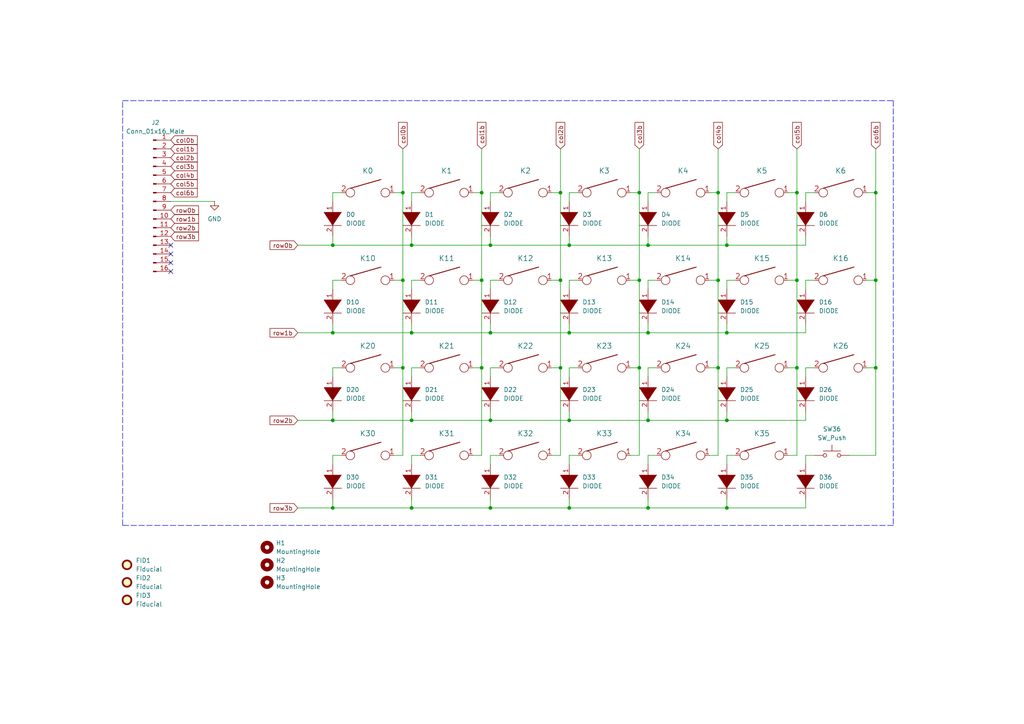
<source format=kicad_sch>
(kicad_sch (version 20211123) (generator eeschema)
  (paper "A4")
  (title_block (title "mykeeb") (rev "see git ;)"))
  (lib_symbols
    (symbol "Connector:Conn_01x16_Male" (pin_names (offset 1.016) hide)
      (property "Reference" "J" (at 0 20.32 0))
      (property "Value" "Conn_01x16_Male" (at 0 -22.86 0))
      (symbol "Conn_01x16_Male_1_1"
        (polyline (pts (xy 1.27 -20.32) (xy 0.8636 -20.32)) (stroke (width 0.1524)))
        (polyline (pts (xy 1.27 -17.78) (xy 0.8636 -17.78)) (stroke (width 0.1524)))
        (polyline (pts (xy 1.27 -15.24) (xy 0.8636 -15.24)) (stroke (width 0.1524)))
        (polyline (pts (xy 1.27 -12.7) (xy 0.8636 -12.7)) (stroke (width 0.1524)))
        (polyline (pts (xy 1.27 -10.16) (xy 0.8636 -10.16)) (stroke (width 0.1524)))
        (polyline (pts (xy 1.27 -7.62) (xy 0.8636 -7.62)) (stroke (width 0.1524)))
        (polyline (pts (xy 1.27 -5.08) (xy 0.8636 -5.08)) (stroke (width 0.1524)))
        (polyline (pts (xy 1.27 -2.54) (xy 0.8636 -2.54)) (stroke (width 0.1524)))
        (polyline (pts (xy 1.27 0) (xy 0.8636 0)) (stroke (width 0.1524)))
        (polyline (pts (xy 1.27 2.54) (xy 0.8636 2.54)) (stroke (width 0.1524)))
        (polyline (pts (xy 1.27 5.08) (xy 0.8636 5.08)) (stroke (width 0.1524)))
        (polyline (pts (xy 1.27 7.62) (xy 0.8636 7.62)) (stroke (width 0.1524)))
        (polyline (pts (xy 1.27 10.16) (xy 0.8636 10.16)) (stroke (width 0.1524)))
        (polyline (pts (xy 1.27 12.7) (xy 0.8636 12.7)) (stroke (width 0.1524)))
        (polyline (pts (xy 1.27 15.24) (xy 0.8636 15.24)) (stroke (width 0.1524)))
        (polyline (pts (xy 1.27 17.78) (xy 0.8636 17.78)) (stroke (width 0.1524)))
        (rectangle (start 0.8636 -20.193) (end 0 -20.447) (stroke (width 0.1524)) (fill (type outline)))
        (rectangle (start 0.8636 -17.653) (end 0 -17.907) (stroke (width 0.1524)) (fill (type outline)))
        (rectangle (start 0.8636 -15.113) (end 0 -15.367) (stroke (width 0.1524)) (fill (type outline)))
        (rectangle (start 0.8636 -12.573) (end 0 -12.827) (stroke (width 0.1524)) (fill (type outline)))
        (rectangle (start 0.8636 -10.033) (end 0 -10.287) (stroke (width 0.1524)) (fill (type outline)))
        (rectangle (start 0.8636 -7.493) (end 0 -7.747) (stroke (width 0.1524)) (fill (type outline)))
        (rectangle (start 0.8636 -4.953) (end 0 -5.207) (stroke (width 0.1524)) (fill (type outline)))
        (rectangle (start 0.8636 -2.413) (end 0 -2.667) (stroke (width 0.1524)) (fill (type outline)))
        (rectangle (start 0.8636 0.127) (end 0 -0.127) (stroke (width 0.1524)) (fill (type outline)))
        (rectangle (start 0.8636 2.667) (end 0 2.413) (stroke (width 0.1524)) (fill (type outline)))
        (rectangle (start 0.8636 5.207) (end 0 4.953) (stroke (width 0.1524)) (fill (type outline)))
        (rectangle (start 0.8636 7.747) (end 0 7.493) (stroke (width 0.1524)) (fill (type outline)))
        (rectangle (start 0.8636 10.287) (end 0 10.033) (stroke (width 0.1524)) (fill (type outline)))
        (rectangle (start 0.8636 12.827) (end 0 12.573) (stroke (width 0.1524)) (fill (type outline)))
        (rectangle (start 0.8636 15.367) (end 0 15.113) (stroke (width 0.1524)) (fill (type outline)))
        (rectangle (start 0.8636 17.907) (end 0 17.653) (stroke (width 0.1524)) (fill (type outline)))
        (pin passive line (at 5.08 17.78 180) (length 3.81) (name "Pin_1") (number "1"))
        (pin passive line (at 5.08 -5.08 180) (length 3.81) (name "Pin_10") (number "10"))
        (pin passive line (at 5.08 -7.62 180) (length 3.81) (name "Pin_11") (number "11"))
        (pin passive line (at 5.08 -10.16 180) (length 3.81) (name "Pin_12") (number "12"))
        (pin passive line (at 5.08 -12.7 180) (length 3.81) (name "Pin_13") (number "13"))
        (pin passive line (at 5.08 -15.24 180) (length 3.81) (name "Pin_14") (number "14"))
        (pin passive line (at 5.08 -17.78 180) (length 3.81) (name "Pin_15") (number "15"))
        (pin passive line (at 5.08 -20.32 180) (length 3.81) (name "Pin_16") (number "16"))
        (pin passive line (at 5.08 15.24 180) (length 3.81) (name "Pin_2") (number "2"))
        (pin passive line (at 5.08 12.7 180) (length 3.81) (name "Pin_3") (number "3"))
        (pin passive line (at 5.08 10.16 180) (length 3.81) (name "Pin_4") (number "4"))
        (pin passive line (at 5.08 7.62 180) (length 3.81) (name "Pin_5") (number "5"))
        (pin passive line (at 5.08 5.08 180) (length 3.81) (name "Pin_6") (number "6"))
        (pin passive line (at 5.08 2.54 180) (length 3.81) (name "Pin_7") (number "7"))
        (pin passive line (at 5.08 0 180) (length 3.81) (name "Pin_8") (number "8"))
        (pin passive line (at 5.08 -2.54 180) (length 3.81) (name "Pin_9") (number "9"))
      )
    )
    (symbol "Mechanical:Fiducial"
      (property "Reference" "FID" (at 0 5.08 0))
      (property "Value" "Fiducial" (at 0 3.175 0))
      (symbol "Fiducial_0_1"
        (circle (center 0 0) (radius 1.27) (stroke (width 0.508)) (fill (type background)))
      )
    )
    (symbol "Mechanical:MountingHole" (pin_names (offset 1.016))
      (property "Reference" "H" (at 0 5.08 0))
      (property "Value" "MountingHole" (at 0 3.175 0))
      (symbol "MountingHole_0_1"
        (circle (center 0 0) (radius 1.27) (stroke (width 1.27)))
      )
    )
    (symbol "Switch:SW_Push" (pin_numbers hide) (pin_names (offset 1.016) hide)
      (property "Reference" "SW" (at 1.27 2.54 0))
      (property "Value" "SW_Push" (at 0 -1.524 0))
      (symbol "SW_Push_0_1"
        (circle (center -2.032 0) (radius 0.508))
        (polyline (pts (xy 0 1.27) (xy 0 3.048)))
        (polyline (pts (xy 2.54 1.27) (xy -2.54 1.27)))
        (circle (center 2.032 0) (radius 0.508))
        (pin passive line (at -5.08 0 0) (length 2.54) (name "1") (number "1"))
        (pin passive line (at 5.08 0 180) (length 2.54) (name "2") (number "2"))
      )
    )
    (symbol "keyboard_parts:KEYSW" (pin_names (offset 1.016))
      (property "Reference" "K?" (at -1.27 0 0))
      (symbol "KEYSW_0_1"
        (circle (center -5.08 0) (radius 1.27))
        (polyline (pts (xy -5.08 1.27) (xy 3.81 3.81)) (stroke (width 0.254)))
        (circle (center 5.08 0) (radius 1.27))
      )
      (symbol "KEYSW_1_1"
        (pin passive line (at 7.62 0 180) (length 1.27) (name "~") (number "1"))
        (pin passive line (at -7.62 0 0) (length 1.27) (name "~") (number "2"))
      )
    )
    (symbol "power:GND" (power) (pin_names (offset 0))
      (property "Value" "GND" (at 0 -3.81 0))
      (symbol "GND_0_1"
        (polyline (pts (xy 0 0) (xy 0 -1.27) (xy 1.27 -1.27) (xy 0 -2.54) (xy -1.27 -1.27) (xy 0 -1.27)))
      )
      (symbol "GND_1_1"
        (pin power_in line (at 0 0 270) (length 0) hide (name "GND") (number "1"))
      )
    )
    (symbol "pspice:DIODE" (pin_names (offset 1.016) hide)
      (property "Reference" "D" (at 0 3.81 0))
      (property "Value" "DIODE" (at 0 -4.445 0))
      (symbol "DIODE_0_1"
        (polyline (pts (xy 1.905 2.54) (xy 1.905 -2.54)))
        (polyline (pts (xy -1.905 2.54) (xy -1.905 -2.54) (xy 1.905 0)) (fill (type outline)))
      )
      (symbol "DIODE_1_1"
        (pin input line (at -5.08 0 0) (length 3.81) (name "K") (number "1"))
        (pin input line (at 5.08 0 180) (length 3.81) (name "A") (number "2"))
      )
    )
  )
  (junction (at 162.56 55.88))
  (junction (at 119.38 96.52))
  (junction (at 185.42 106.68))
  (junction (at 116.84 106.68))
  (junction (at 210.82 147.32))
  (junction (at 187.96 147.32))
  (junction (at 142.24 147.32))
  (junction (at 96.52 121.92))
  (junction (at 139.7 106.68))
  (junction (at 162.56 81.28))
  (junction (at 187.96 71.12))
  (junction (at 210.82 71.12))
  (junction (at 185.42 55.88))
  (junction (at 231.14 55.88))
  (junction (at 139.7 81.28))
  (junction (at 116.84 55.88))
  (junction (at 208.28 55.88))
  (junction (at 165.1 147.32))
  (junction (at 142.24 96.52))
  (junction (at 185.42 81.28))
  (junction (at 254 106.68))
  (junction (at 96.52 147.32))
  (junction (at 142.24 121.92))
  (junction (at 165.1 71.12))
  (junction (at 208.28 81.28))
  (junction (at 254 55.88))
  (junction (at 165.1 96.52))
  (junction (at 119.38 121.92))
  (junction (at 119.38 147.32))
  (junction (at 119.38 71.12))
  (junction (at 187.96 96.52))
  (junction (at 231.14 106.68))
  (junction (at 96.52 96.52))
  (junction (at 139.7 55.88))
  (junction (at 210.82 96.52))
  (junction (at 142.24 71.12))
  (junction (at 165.1 121.92))
  (junction (at 208.28 106.68))
  (junction (at 96.52 71.12))
  (junction (at 231.14 81.28))
  (junction (at 116.84 81.28))
  (junction (at 187.96 121.92))
  (junction (at 162.56 106.68))
  (junction (at 210.82 121.92))
  (junction (at 254 81.28))
  (no_connect (at 49.53 71.12))
  (no_connect (at 49.53 73.66))
  (no_connect (at 49.53 76.2))
  (no_connect (at 49.53 78.74))
  (wire (pts (xy 187.96 81.28) (xy 187.96 83.82)))
  (wire (pts (xy 116.84 81.28) (xy 114.3 81.28)))
  (wire (pts (xy 142.24 147.32) (xy 165.1 147.32)))
  (wire (pts (xy 236.22 106.68) (xy 233.68 106.68)))
  (wire (pts (xy 121.92 81.28) (xy 119.38 81.28)))
  (wire (pts (xy 231.14 106.68) (xy 231.14 132.08)))
  (wire (pts (xy 165.1 121.92) (xy 165.1 119.38)))
  (wire (pts (xy 162.56 81.28) (xy 162.56 106.68)))
  (wire (pts (xy 213.36 106.68) (xy 210.82 106.68)))
  (wire (pts (xy 144.78 132.08) (xy 142.24 132.08)))
  (wire (pts (xy 210.82 71.12) (xy 233.68 71.12)))
  (wire (pts (xy 233.68 121.92) (xy 233.68 119.38)))
  (wire (pts (xy 142.24 147.32) (xy 142.24 144.78)))
  (wire (pts (xy 187.96 96.52) (xy 210.82 96.52)))
  (wire (pts (xy 96.52 144.78) (xy 96.52 147.32)))
  (wire (pts (xy 119.38 121.92) (xy 142.24 121.92)))
  (wire (pts (xy 254 55.88) (xy 251.46 55.88)))
  (wire (pts (xy 187.96 147.32) (xy 210.82 147.32)))
  (wire (pts (xy 96.52 132.08) (xy 96.52 134.62)))
  (wire (pts (xy 49.53 58.42) (xy 62.23 58.42)))
  (wire (pts (xy 254 106.68) (xy 251.46 106.68)))
  (wire (pts (xy 121.92 132.08) (xy 119.38 132.08)))
  (wire (pts (xy 208.28 81.28) (xy 208.28 106.68)))
  (wire (pts (xy 165.1 71.12) (xy 165.1 68.58)))
  (wire (pts (xy 96.52 68.58) (xy 96.52 71.12)))
  (wire (pts (xy 144.78 106.68) (xy 142.24 106.68)))
  (wire (pts (xy 96.52 121.92) (xy 119.38 121.92)))
  (wire (pts (xy 208.28 55.88) (xy 208.28 81.28)))
  (wire (pts (xy 208.28 81.28) (xy 205.74 81.28)))
  (wire (pts (xy 167.64 132.08) (xy 165.1 132.08)))
  (wire (pts (xy 213.36 81.28) (xy 210.82 81.28)))
  (wire (pts (xy 210.82 96.52) (xy 210.82 93.98)))
  (wire (pts (xy 231.14 55.88) (xy 228.6 55.88)))
  (polyline (pts (xy 259.08 152.4) (xy 35.56 152.4)))
  (wire (pts (xy 162.56 106.68) (xy 160.02 106.68)))
  (wire (pts (xy 167.64 55.88) (xy 165.1 55.88)))
  (wire (pts (xy 142.24 81.28) (xy 142.24 83.82)))
  (wire (pts (xy 96.52 93.98) (xy 96.52 96.52)))
  (wire (pts (xy 165.1 55.88) (xy 165.1 58.42)))
  (polyline (pts (xy 35.56 29.21) (xy 259.08 29.21)))
  (wire (pts (xy 96.52 96.52) (xy 86.36 96.52)))
  (wire (pts (xy 165.1 121.92) (xy 187.96 121.92)))
  (wire (pts (xy 96.52 119.38) (xy 96.52 121.92)))
  (wire (pts (xy 119.38 132.08) (xy 119.38 134.62)))
  (wire (pts (xy 208.28 106.68) (xy 205.74 106.68)))
  (wire (pts (xy 119.38 121.92) (xy 119.38 119.38)))
  (wire (pts (xy 116.84 132.08) (xy 114.3 132.08)))
  (wire (pts (xy 96.52 147.32) (xy 86.36 147.32)))
  (wire (pts (xy 236.22 81.28) (xy 233.68 81.28)))
  (wire (pts (xy 165.1 71.12) (xy 187.96 71.12)))
  (wire (pts (xy 96.52 96.52) (xy 119.38 96.52)))
  (wire (pts (xy 231.14 55.88) (xy 231.14 81.28)))
  (wire (pts (xy 162.56 55.88) (xy 162.56 81.28)))
  (wire (pts (xy 185.42 55.88) (xy 182.88 55.88)))
  (wire (pts (xy 167.64 81.28) (xy 165.1 81.28)))
  (wire (pts (xy 139.7 81.28) (xy 139.7 106.68)))
  (wire (pts (xy 231.14 43.18) (xy 231.14 55.88)))
  (wire (pts (xy 96.52 121.92) (xy 86.36 121.92)))
  (wire (pts (xy 187.96 106.68) (xy 187.96 109.22)))
  (wire (pts (xy 139.7 106.68) (xy 137.16 106.68)))
  (wire (pts (xy 142.24 71.12) (xy 165.1 71.12)))
  (wire (pts (xy 162.56 106.68) (xy 162.56 132.08)))
  (wire (pts (xy 165.1 132.08) (xy 165.1 134.62)))
  (wire (pts (xy 116.84 106.68) (xy 116.84 132.08)))
  (wire (pts (xy 231.14 81.28) (xy 228.6 81.28)))
  (wire (pts (xy 144.78 55.88) (xy 142.24 55.88)))
  (wire (pts (xy 121.92 55.88) (xy 119.38 55.88)))
  (wire (pts (xy 233.68 96.52) (xy 233.68 93.98)))
  (wire (pts (xy 119.38 147.32) (xy 119.38 144.78)))
  (wire (pts (xy 142.24 96.52) (xy 165.1 96.52)))
  (wire (pts (xy 208.28 43.18) (xy 208.28 55.88)))
  (wire (pts (xy 142.24 121.92) (xy 165.1 121.92)))
  (wire (pts (xy 210.82 55.88) (xy 210.82 58.42)))
  (wire (pts (xy 210.82 132.08) (xy 210.82 134.62)))
  (wire (pts (xy 185.42 81.28) (xy 185.42 106.68)))
  (wire (pts (xy 119.38 55.88) (xy 119.38 58.42)))
  (wire (pts (xy 167.64 106.68) (xy 165.1 106.68)))
  (wire (pts (xy 162.56 43.18) (xy 162.56 55.88)))
  (wire (pts (xy 190.5 132.08) (xy 187.96 132.08)))
  (wire (pts (xy 116.84 55.88) (xy 114.3 55.88)))
  (wire (pts (xy 254 106.68) (xy 254 132.08)))
  (wire (pts (xy 210.82 81.28) (xy 210.82 83.82)))
  (wire (pts (xy 236.22 55.88) (xy 233.68 55.88)))
  (wire (pts (xy 254 55.88) (xy 254 81.28)))
  (wire (pts (xy 187.96 121.92) (xy 210.82 121.92)))
  (wire (pts (xy 233.68 147.32) (xy 233.68 144.78)))
  (wire (pts (xy 210.82 96.52) (xy 233.68 96.52)))
  (wire (pts (xy 213.36 132.08) (xy 210.82 132.08)))
  (wire (pts (xy 99.06 81.28) (xy 96.52 81.28)))
  (wire (pts (xy 187.96 132.08) (xy 187.96 134.62)))
  (wire (pts (xy 236.22 132.08) (xy 233.68 132.08)))
  (wire (pts (xy 142.24 132.08) (xy 142.24 134.62)))
  (wire (pts (xy 187.96 71.12) (xy 187.96 68.58)))
  (wire (pts (xy 116.84 106.68) (xy 114.3 106.68)))
  (wire (pts (xy 165.1 147.32) (xy 187.96 147.32)))
  (wire (pts (xy 165.1 96.52) (xy 187.96 96.52)))
  (wire (pts (xy 162.56 132.08) (xy 160.02 132.08)))
  (wire (pts (xy 208.28 132.08) (xy 205.74 132.08)))
  (wire (pts (xy 165.1 96.52) (xy 165.1 93.98)))
  (wire (pts (xy 119.38 96.52) (xy 119.38 93.98)))
  (wire (pts (xy 185.42 81.28) (xy 182.88 81.28)))
  (wire (pts (xy 233.68 71.12) (xy 233.68 68.58)))
  (wire (pts (xy 208.28 55.88) (xy 205.74 55.88)))
  (wire (pts (xy 116.84 81.28) (xy 116.84 106.68)))
  (wire (pts (xy 233.68 55.88) (xy 233.68 58.42)))
  (wire (pts (xy 119.38 96.52) (xy 142.24 96.52)))
  (wire (pts (xy 210.82 71.12) (xy 210.82 68.58)))
  (wire (pts (xy 119.38 71.12) (xy 119.38 68.58)))
  (wire (pts (xy 246.38 132.08) (xy 254 132.08)))
  (polyline (pts (xy 35.56 152.4) (xy 35.56 29.21)))
  (wire (pts (xy 139.7 43.18) (xy 139.7 55.88)))
  (wire (pts (xy 99.06 132.08) (xy 96.52 132.08)))
  (wire (pts (xy 116.84 55.88) (xy 116.84 81.28)))
  (wire (pts (xy 213.36 55.88) (xy 210.82 55.88)))
  (wire (pts (xy 96.52 55.88) (xy 96.52 58.42)))
  (wire (pts (xy 96.52 81.28) (xy 96.52 83.82)))
  (wire (pts (xy 142.24 55.88) (xy 142.24 58.42)))
  (wire (pts (xy 144.78 81.28) (xy 142.24 81.28)))
  (wire (pts (xy 121.92 106.68) (xy 119.38 106.68)))
  (wire (pts (xy 119.38 81.28) (xy 119.38 83.82)))
  (wire (pts (xy 231.14 106.68) (xy 228.6 106.68)))
  (wire (pts (xy 142.24 96.52) (xy 142.24 93.98)))
  (wire (pts (xy 254 81.28) (xy 251.46 81.28)))
  (wire (pts (xy 185.42 106.68) (xy 182.88 106.68)))
  (wire (pts (xy 96.52 71.12) (xy 119.38 71.12)))
  (wire (pts (xy 185.42 106.68) (xy 185.42 132.08)))
  (wire (pts (xy 210.82 121.92) (xy 233.68 121.92)))
  (wire (pts (xy 116.84 43.18) (xy 116.84 55.88)))
  (wire (pts (xy 162.56 55.88) (xy 160.02 55.88)))
  (wire (pts (xy 162.56 81.28) (xy 160.02 81.28)))
  (wire (pts (xy 165.1 106.68) (xy 165.1 109.22)))
  (wire (pts (xy 210.82 147.32) (xy 233.68 147.32)))
  (wire (pts (xy 187.96 55.88) (xy 187.96 58.42)))
  (wire (pts (xy 233.68 106.68) (xy 233.68 109.22)))
  (wire (pts (xy 254 81.28) (xy 254 106.68)))
  (wire (pts (xy 96.52 106.68) (xy 96.52 109.22)))
  (wire (pts (xy 139.7 55.88) (xy 139.7 81.28)))
  (wire (pts (xy 139.7 106.68) (xy 139.7 132.08)))
  (wire (pts (xy 119.38 106.68) (xy 119.38 109.22)))
  (wire (pts (xy 187.96 121.92) (xy 187.96 119.38)))
  (wire (pts (xy 187.96 96.52) (xy 187.96 93.98)))
  (wire (pts (xy 142.24 121.92) (xy 142.24 119.38)))
  (wire (pts (xy 233.68 132.08) (xy 233.68 134.62)))
  (wire (pts (xy 187.96 147.32) (xy 187.96 144.78)))
  (wire (pts (xy 96.52 71.12) (xy 86.36 71.12)))
  (wire (pts (xy 233.68 81.28) (xy 233.68 83.82)))
  (wire (pts (xy 139.7 132.08) (xy 137.16 132.08)))
  (wire (pts (xy 185.42 55.88) (xy 185.42 81.28)))
  (wire (pts (xy 185.42 43.18) (xy 185.42 55.88)))
  (wire (pts (xy 119.38 147.32) (xy 142.24 147.32)))
  (wire (pts (xy 210.82 121.92) (xy 210.82 119.38)))
  (wire (pts (xy 187.96 71.12) (xy 210.82 71.12)))
  (wire (pts (xy 99.06 106.68) (xy 96.52 106.68)))
  (wire (pts (xy 254 43.18) (xy 254 55.88)))
  (wire (pts (xy 96.52 147.32) (xy 119.38 147.32)))
  (wire (pts (xy 139.7 81.28) (xy 137.16 81.28)))
  (wire (pts (xy 231.14 132.08) (xy 228.6 132.08)))
  (wire (pts (xy 190.5 106.68) (xy 187.96 106.68)))
  (wire (pts (xy 119.38 71.12) (xy 142.24 71.12)))
  (wire (pts (xy 208.28 106.68) (xy 208.28 132.08)))
  (wire (pts (xy 185.42 132.08) (xy 182.88 132.08)))
  (wire (pts (xy 210.82 147.32) (xy 210.82 144.78)))
  (wire (pts (xy 190.5 55.88) (xy 187.96 55.88)))
  (wire (pts (xy 190.5 81.28) (xy 187.96 81.28)))
  (wire (pts (xy 139.7 55.88) (xy 137.16 55.88)))
  (polyline (pts (xy 259.08 29.21) (xy 259.08 152.4)))
  (wire (pts (xy 165.1 147.32) (xy 165.1 144.78)))
  (wire (pts (xy 142.24 106.68) (xy 142.24 109.22)))
  (wire (pts (xy 231.14 81.28) (xy 231.14 106.68)))
  (wire (pts (xy 165.1 81.28) (xy 165.1 83.82)))
  (wire (pts (xy 142.24 71.12) (xy 142.24 68.58)))
  (wire (pts (xy 99.06 55.88) (xy 96.52 55.88)))
  (wire (pts (xy 210.82 106.68) (xy 210.82 109.22)))
  (global_label "row1b" (shape input) (at 86.36 96.52 180) (property "Referenzen zwischen Schaltplänen" "${INTERSHEET_REFS}" (effects hide)))
  (global_label "col5b" (shape input) (at 49.53 53.34 0) (property "Referenzen zwischen Schaltplänen" "${INTERSHEET_REFS}" (effects hide)))
  (global_label "col3b" (shape input) (at 49.53 48.26 0) (property "Referenzen zwischen Schaltplänen" "${INTERSHEET_REFS}" (effects hide)))
  (global_label "col0b" (shape input) (at 116.84 43.18 90) (property "Referenzen zwischen Schaltplänen" "${INTERSHEET_REFS}" (effects hide)))
  (global_label "col3b" (shape input) (at 185.42 43.18 90) (property "Referenzen zwischen Schaltplänen" "${INTERSHEET_REFS}" (effects hide)))
  (global_label "col1b" (shape input) (at 139.7 43.18 90) (property "Referenzen zwischen Schaltplänen" "${INTERSHEET_REFS}" (effects hide)))
  (global_label "col2b" (shape input) (at 162.56 43.18 90) (property "Referenzen zwischen Schaltplänen" "${INTERSHEET_REFS}" (effects hide)))
  (global_label "col4b" (shape input) (at 49.53 50.8 0) (property "Referenzen zwischen Schaltplänen" "${INTERSHEET_REFS}" (effects hide)))
  (global_label "col6b" (shape input) (at 49.53 55.88 0) (property "Referenzen zwischen Schaltplänen" "${INTERSHEET_REFS}" (effects hide)))
  (global_label "col6b" (shape input) (at 254 43.18 90) (property "Referenzen zwischen Schaltplänen" "${INTERSHEET_REFS}" (effects hide)))
  (global_label "row2b" (shape input) (at 49.53 66.04 0) (property "Referenzen zwischen Schaltplänen" "${INTERSHEET_REFS}" (effects hide)))
  (global_label "row0b" (shape input) (at 49.53 60.96 0) (property "Referenzen zwischen Schaltplänen" "${INTERSHEET_REFS}" (effects hide)))
  (global_label "col0b" (shape input) (at 49.53 40.64 0) (property "Referenzen zwischen Schaltplänen" "${INTERSHEET_REFS}" (effects hide)))
  (global_label "col5b" (shape input) (at 231.14 43.18 90) (property "Referenzen zwischen Schaltplänen" "${INTERSHEET_REFS}" (effects hide)))
  (global_label "col1b" (shape input) (at 49.53 43.18 0) (property "Referenzen zwischen Schaltplänen" "${INTERSHEET_REFS}" (effects hide)))
  (global_label "col4b" (shape input) (at 208.28 43.18 90) (property "Referenzen zwischen Schaltplänen" "${INTERSHEET_REFS}" (effects hide)))
  (global_label "row2b" (shape input) (at 86.36 121.92 180) (property "Referenzen zwischen Schaltplänen" "${INTERSHEET_REFS}" (effects hide)))
  (global_label "row3b" (shape input) (at 49.53 68.58 0) (property "Referenzen zwischen Schaltplänen" "${INTERSHEET_REFS}" (effects hide)))
  (global_label "row1b" (shape input) (at 49.53 63.5 0) (property "Referenzen zwischen Schaltplänen" "${INTERSHEET_REFS}" (effects hide)))
  (global_label "col2b" (shape input) (at 49.53 45.72 0) (property "Referenzen zwischen Schaltplänen" "${INTERSHEET_REFS}" (effects hide)))
  (global_label "row0b" (shape input) (at 86.36 71.12 180) (property "Referenzen zwischen Schaltplänen" "${INTERSHEET_REFS}" (effects hide)))
  (global_label "row3b" (shape input) (at 86.36 147.32 180) (property "Referenzen zwischen Schaltplänen" "${INTERSHEET_REFS}" (effects hide)))
  (symbol (lib_id "pspice:DIODE") (at 165.1 88.9 270) (unit 1)
    (property "Reference" "D13" (at 168.91 87.6299 90) (effects (justify left)))
    (property "Value" "DIODE" (at 168.91 90.1699 90) (effects (justify left)))
    (property "Footprint" "mykeeb:my_dual_D_SOD123F_v2" (effects hide))
  )
  (symbol (lib_id "pspice:DIODE") (at 119.38 63.5 270) (unit 1)
    (property "Reference" "D1" (at 123.19 62.2299 90) (effects (justify left)))
    (property "Value" "DIODE" (at 123.19 64.7699 90) (effects (justify left)))
    (property "Footprint" "mykeeb:my_dual_D_SOD123F_v2" (effects hide))
  )
  (symbol (lib_id "pspice:DIODE") (at 210.82 139.7 270) (unit 1)
    (property "Reference" "D35" (at 214.63 138.4299 90) (effects (justify left)))
    (property "Value" "DIODE" (at 214.63 140.9699 90) (effects (justify left)))
    (property "Footprint" "mykeeb:my_dual_D_SOD123F_v2" (effects hide))
  )
  (symbol (lib_id "keyboard_parts:KEYSW") (at 220.98 132.08 0) (unit 1)
    (property "Reference" "K35" (at 220.98 125.73 0) (effects (font (size 1.524 1.524))))
    (property "Value" "KEYSW" (effects hide))
    (property "Footprint" "mykeeb:Kailh_socket_MX_reversible_1u" (effects hide))
  )
  (symbol (lib_id "pspice:DIODE") (at 96.52 63.5 270) (unit 1)
    (property "Reference" "D0" (at 100.33 62.2299 90) (effects (justify left)))
    (property "Value" "DIODE" (at 100.33 64.7699 90) (effects (justify left)))
    (property "Footprint" "mykeeb:my_dual_D_SOD123F_v2" (effects hide))
  )
  (symbol (lib_id "keyboard_parts:KEYSW") (at 220.98 81.28 0) (unit 1)
    (property "Reference" "K15" (at 220.98 74.93 0) (effects (font (size 1.524 1.524))))
    (property "Value" "KEYSW" (effects hide))
    (property "Footprint" "mykeeb:Kailh_socket_MX_reversible_1u" (effects hide))
  )
  (symbol (lib_id "keyboard_parts:KEYSW") (at 198.12 55.88 0) (unit 1)
    (property "Reference" "K4" (at 198.12 49.53 0) (effects (font (size 1.524 1.524))))
    (property "Value" "KEYSW" (effects hide))
    (property "Footprint" "mykeeb:Kailh_socket_MX_reversible_1u" (effects hide))
  )
  (symbol (lib_id "pspice:DIODE") (at 233.68 114.3 270) (unit 1)
    (property "Reference" "D26" (at 237.49 113.0299 90) (effects (justify left)))
    (property "Value" "DIODE" (at 237.49 115.5699 90) (effects (justify left)))
    (property "Footprint" "mykeeb:my_dual_D_SOD123F_v2" (effects hide))
  )
  (symbol (lib_id "pspice:DIODE") (at 142.24 114.3 270) (unit 1)
    (property "Reference" "D22" (at 146.05 113.0299 90) (effects (justify left)))
    (property "Value" "DIODE" (at 146.05 115.5699 90) (effects (justify left)))
    (property "Footprint" "mykeeb:my_dual_D_SOD123F_v2" (effects hide))
  )
  (symbol (lib_id "keyboard_parts:KEYSW") (at 129.54 81.28 0) (unit 1)
    (property "Reference" "K11" (at 129.54 74.93 0) (effects (font (size 1.524 1.524))))
    (property "Value" "KEYSW" (effects hide))
    (property "Footprint" "mykeeb:Kailh_socket_MX_reversible_1u" (effects hide))
  )
  (symbol (lib_id "keyboard_parts:KEYSW") (at 175.26 132.08 0) (unit 1)
    (property "Reference" "K33" (at 175.26 125.73 0) (effects (font (size 1.524 1.524))))
    (property "Value" "KEYSW" (effects hide))
    (property "Footprint" "mykeeb:Kailh_socket_MX_reversible_1u" (effects hide))
  )
  (symbol (lib_id "keyboard_parts:KEYSW") (at 106.68 55.88 0) (unit 1)
    (property "Reference" "K0" (at 106.68 49.53 0) (effects (font (size 1.524 1.524))))
    (property "Value" "KEYSW" (effects hide))
    (property "Footprint" "mykeeb:Kailh_socket_MX_reversible_1u" (effects hide))
  )
  (symbol (lib_id "Mechanical:MountingHole") (at 77.47 158.75 0) (unit 1)
    (property "Reference" "H1" (at 80.01 157.4799 0) (effects (justify left)))
    (property "Value" "MountingHole" (at 80.01 160.0199 0) (effects (justify left)))
    (property "Footprint" "mykeeb:MountingHole_3.2mm_M3" (effects hide))
  )
  (symbol (lib_id "keyboard_parts:KEYSW") (at 152.4 55.88 0) (unit 1)
    (property "Reference" "K2" (at 152.4 49.53 0) (effects (font (size 1.524 1.524))))
    (property "Value" "KEYSW" (effects hide))
    (property "Footprint" "mykeeb:Kailh_socket_MX_reversible_1u" (effects hide))
  )
  (symbol (lib_id "keyboard_parts:KEYSW") (at 175.26 81.28 0) (unit 1)
    (property "Reference" "K13" (at 175.26 74.93 0) (effects (font (size 1.524 1.524))))
    (property "Value" "KEYSW" (effects hide))
    (property "Footprint" "mykeeb:Kailh_socket_MX_reversible_1u" (effects hide))
  )
  (symbol (lib_id "keyboard_parts:KEYSW") (at 198.12 132.08 0) (unit 1)
    (property "Reference" "K34" (at 198.12 125.73 0) (effects (font (size 1.524 1.524))))
    (property "Value" "KEYSW" (effects hide))
    (property "Footprint" "mykeeb:Kailh_socket_MX_reversible_1u" (effects hide))
  )
  (symbol (lib_id "pspice:DIODE") (at 187.96 139.7 270) (unit 1)
    (property "Reference" "D34" (at 191.77 138.4299 90) (effects (justify left)))
    (property "Value" "DIODE" (at 191.77 140.9699 90) (effects (justify left)))
    (property "Footprint" "mykeeb:my_dual_D_SOD123F_v2" (effects hide))
  )
  (symbol (lib_id "pspice:DIODE") (at 233.68 139.7 270) (unit 1)
    (property "Reference" "D36" (at 237.49 138.4299 90) (effects (justify left)))
    (property "Value" "DIODE" (at 237.49 140.9699 90) (effects (justify left)))
    (property "Footprint" "mykeeb:my_dual_D_SOD123F_v2b" (effects hide))
  )
  (symbol (lib_id "pspice:DIODE") (at 187.96 88.9 270) (unit 1)
    (property "Reference" "D14" (at 191.77 87.6299 90) (effects (justify left)))
    (property "Value" "DIODE" (at 191.77 90.1699 90) (effects (justify left)))
    (property "Footprint" "mykeeb:my_dual_D_SOD123F_v2" (effects hide))
  )
  (symbol (lib_id "keyboard_parts:KEYSW") (at 129.54 55.88 0) (unit 1)
    (property "Reference" "K1" (at 129.54 49.53 0) (effects (font (size 1.524 1.524))))
    (property "Value" "KEYSW" (effects hide))
    (property "Footprint" "mykeeb:Kailh_socket_MX_reversible_1u" (effects hide))
  )
  (symbol (lib_id "Mechanical:MountingHole") (at 77.47 163.83 0) (unit 1)
    (property "Reference" "H2" (at 80.01 162.5599 0) (effects (justify left)))
    (property "Value" "MountingHole" (at 80.01 165.0999 0) (effects (justify left)))
    (property "Footprint" "mykeeb:MountingHole_3.2mm_M3" (effects hide))
  )
  (symbol (lib_id "keyboard_parts:KEYSW") (at 220.98 106.68 0) (unit 1)
    (property "Reference" "K25" (at 220.98 100.33 0) (effects (font (size 1.524 1.524))))
    (property "Value" "KEYSW" (effects hide))
    (property "Footprint" "mykeeb:Kailh_socket_MX_reversible_1u" (effects hide))
  )
  (symbol (lib_id "keyboard_parts:KEYSW") (at 243.84 106.68 0) (unit 1)
    (property "Reference" "K26" (at 243.84 100.33 0) (effects (font (size 1.524 1.524))))
    (property "Value" "KEYSW" (effects hide))
    (property "Footprint" "mykeeb:Kailh_socket_MX_reversible_1u" (effects hide))
  )
  (symbol (lib_id "pspice:DIODE") (at 165.1 63.5 270) (unit 1)
    (property "Reference" "D3" (at 168.91 62.2299 90) (effects (justify left)))
    (property "Value" "DIODE" (at 168.91 64.7699 90) (effects (justify left)))
    (property "Footprint" "mykeeb:my_dual_D_SOD123F_v2" (effects hide))
  )
  (symbol (lib_id "keyboard_parts:KEYSW") (at 106.68 106.68 0) (unit 1)
    (property "Reference" "K20" (at 106.68 100.33 0) (effects (font (size 1.524 1.524))))
    (property "Value" "KEYSW" (effects hide))
    (property "Footprint" "mykeeb:Kailh_socket_MX_reversible_1u" (effects hide))
  )
  (symbol (lib_id "pspice:DIODE") (at 165.1 114.3 270) (unit 1)
    (property "Reference" "D23" (at 168.91 113.0299 90) (effects (justify left)))
    (property "Value" "DIODE" (at 168.91 115.5699 90) (effects (justify left)))
    (property "Footprint" "mykeeb:my_dual_D_SOD123F_v2" (effects hide))
  )
  (symbol (lib_id "keyboard_parts:KEYSW") (at 152.4 81.28 0) (unit 1)
    (property "Reference" "K12" (at 152.4 74.93 0) (effects (font (size 1.524 1.524))))
    (property "Value" "KEYSW" (effects hide))
    (property "Footprint" "mykeeb:Kailh_socket_MX_reversible_1u" (effects hide))
  )
  (symbol (lib_id "pspice:DIODE") (at 165.1 139.7 270) (unit 1)
    (property "Reference" "D33" (at 168.91 138.4299 90) (effects (justify left)))
    (property "Value" "DIODE" (at 168.91 140.9699 90) (effects (justify left)))
    (property "Footprint" "mykeeb:my_dual_D_SOD123F_v2" (effects hide))
  )
  (symbol (lib_id "Mechanical:MountingHole") (at 77.47 168.91 0) (unit 1)
    (property "Reference" "H3" (at 80.01 167.6399 0) (effects (justify left)))
    (property "Value" "MountingHole" (at 80.01 170.1799 0) (effects (justify left)))
    (property "Footprint" "mykeeb:MountingHole_3.2mm_M3" (effects hide))
  )
  (symbol (lib_id "pspice:DIODE") (at 233.68 88.9 270) (unit 1)
    (property "Reference" "D16" (at 237.49 87.6299 90) (effects (justify left)))
    (property "Value" "DIODE" (at 237.49 90.1699 90) (effects (justify left)))
    (property "Footprint" "mykeeb:my_dual_D_SOD123F_v2" (effects hide))
  )
  (symbol (lib_id "pspice:DIODE") (at 119.38 114.3 270) (unit 1)
    (property "Reference" "D21" (at 123.19 113.0299 90) (effects (justify left)))
    (property "Value" "DIODE" (at 123.19 115.5699 90) (effects (justify left)))
    (property "Footprint" "mykeeb:my_dual_D_SOD123F_v2" (effects hide))
  )
  (symbol (lib_id "keyboard_parts:KEYSW") (at 175.26 106.68 0) (unit 1)
    (property "Reference" "K23" (at 175.26 100.33 0) (effects (font (size 1.524 1.524))))
    (property "Value" "KEYSW" (effects hide))
    (property "Footprint" "mykeeb:Kailh_socket_MX_reversible_1u" (effects hide))
  )
  (symbol (lib_id "keyboard_parts:KEYSW") (at 152.4 132.08 0) (unit 1)
    (property "Reference" "K32" (at 152.4 125.73 0) (effects (font (size 1.524 1.524))))
    (property "Value" "KEYSW" (effects hide))
    (property "Footprint" "mykeeb:Kailh_socket_MX_reversible_1u" (effects hide))
  )
  (symbol (lib_id "keyboard_parts:KEYSW") (at 129.54 106.68 0) (unit 1)
    (property "Reference" "K21" (at 129.54 100.33 0) (effects (font (size 1.524 1.524))))
    (property "Value" "KEYSW" (effects hide))
    (property "Footprint" "mykeeb:Kailh_socket_MX_reversible_1u" (effects hide))
  )
  (symbol (lib_id "pspice:DIODE") (at 233.68 63.5 270) (unit 1)
    (property "Reference" "D6" (at 237.49 62.2299 90) (effects (justify left)))
    (property "Value" "DIODE" (at 237.49 64.7699 90) (effects (justify left)))
    (property "Footprint" "mykeeb:my_dual_D_SOD123F_v2" (effects hide))
  )
  (symbol (lib_id "power:GND") (at 62.23 58.42 0) (unit 1)
    (property "Reference" "#PWR0101" (effects hide))
    (property "Value" "GND" (at 62.23 63.5 0))
  )
  (symbol (lib_id "pspice:DIODE") (at 96.52 114.3 270) (unit 1)
    (property "Reference" "D20" (at 100.33 113.0299 90) (effects (justify left)))
    (property "Value" "DIODE" (at 100.33 115.5699 90) (effects (justify left)))
    (property "Footprint" "mykeeb:my_dual_D_SOD123F_v2" (effects hide))
  )
  (symbol (lib_id "keyboard_parts:KEYSW") (at 106.68 132.08 0) (unit 1)
    (property "Reference" "K30" (at 106.68 125.73 0) (effects (font (size 1.524 1.524))))
    (property "Value" "KEYSW" (effects hide))
    (property "Footprint" "mykeeb:Kailh_socket_MX_reversible_1u" (effects hide))
  )
  (symbol (lib_id "pspice:DIODE") (at 142.24 63.5 270) (unit 1)
    (property "Reference" "D2" (at 146.05 62.2299 90) (effects (justify left)))
    (property "Value" "DIODE" (at 146.05 64.7699 90) (effects (justify left)))
    (property "Footprint" "mykeeb:my_dual_D_SOD123F_v2" (effects hide))
  )
  (symbol (lib_id "pspice:DIODE") (at 187.96 63.5 270) (unit 1)
    (property "Reference" "D4" (at 191.77 62.2299 90) (effects (justify left)))
    (property "Value" "DIODE" (at 191.77 64.7699 90) (effects (justify left)))
    (property "Footprint" "mykeeb:my_dual_D_SOD123F_v2" (effects hide))
  )
  (symbol (lib_id "pspice:DIODE") (at 119.38 88.9 270) (unit 1)
    (property "Reference" "D11" (at 123.19 87.6299 90) (effects (justify left)))
    (property "Value" "DIODE" (at 123.19 90.1699 90) (effects (justify left)))
    (property "Footprint" "mykeeb:my_dual_D_SOD123F_v2" (effects hide))
  )
  (symbol (lib_id "keyboard_parts:KEYSW") (at 198.12 81.28 0) (unit 1)
    (property "Reference" "K14" (at 198.12 74.93 0) (effects (font (size 1.524 1.524))))
    (property "Value" "KEYSW" (effects hide))
    (property "Footprint" "mykeeb:Kailh_socket_MX_reversible_1u" (effects hide))
  )
  (symbol (lib_id "Switch:SW_Push") (at 241.3 132.08 0) (unit 1)
    (property "Reference" "SW36" (at 241.3 124.46 0))
    (property "Value" "SW_Push" (at 241.3 127 0))
    (property "Footprint" "Button_Switch_THT:SW_PUSH_6mm_H7.3mm" (effects hide))
  )
  (symbol (lib_id "pspice:DIODE") (at 210.82 63.5 270) (unit 1)
    (property "Reference" "D5" (at 214.63 62.2299 90) (effects (justify left)))
    (property "Value" "DIODE" (at 214.63 64.7699 90) (effects (justify left)))
    (property "Footprint" "mykeeb:my_dual_D_SOD123F_v2" (effects hide))
  )
  (symbol (lib_id "Mechanical:Fiducial") (at 36.83 163.83 0) (unit 1)
    (property "Reference" "FID1" (at 39.37 162.5599 0) (effects (justify left)))
    (property "Value" "Fiducial" (at 39.37 165.0999 0) (effects (justify left)))
    (property "Footprint" "Fiducial:Fiducial_1mm_Mask2mm" (effects hide))
  )
  (symbol (lib_id "pspice:DIODE") (at 210.82 88.9 270) (unit 1)
    (property "Reference" "D15" (at 214.63 87.6299 90) (effects (justify left)))
    (property "Value" "DIODE" (at 214.63 90.1699 90) (effects (justify left)))
    (property "Footprint" "mykeeb:my_dual_D_SOD123F_v2" (effects hide))
  )
  (symbol (lib_id "Mechanical:Fiducial") (at 36.83 173.99 0) (unit 1)
    (property "Reference" "FID3" (at 39.37 172.7199 0) (effects (justify left)))
    (property "Value" "Fiducial" (at 39.37 175.2599 0) (effects (justify left)))
    (property "Footprint" "Fiducial:Fiducial_1mm_Mask2mm" (effects hide))
  )
  (symbol (lib_id "keyboard_parts:KEYSW") (at 220.98 55.88 0) (unit 1)
    (property "Reference" "K5" (at 220.98 49.53 0) (effects (font (size 1.524 1.524))))
    (property "Value" "KEYSW" (effects hide))
    (property "Footprint" "mykeeb:Kailh_socket_MX_reversible_1u" (effects hide))
  )
  (symbol (lib_id "keyboard_parts:KEYSW") (at 106.68 81.28 0) (unit 1)
    (property "Reference" "K10" (at 106.68 74.93 0) (effects (font (size 1.524 1.524))))
    (property "Value" "KEYSW" (effects hide))
    (property "Footprint" "mykeeb:Kailh_socket_MX_reversible_1u" (effects hide))
  )
  (symbol (lib_id "keyboard_parts:KEYSW") (at 175.26 55.88 0) (unit 1)
    (property "Reference" "K3" (at 175.26 49.53 0) (effects (font (size 1.524 1.524))))
    (property "Value" "KEYSW" (effects hide))
    (property "Footprint" "mykeeb:Kailh_socket_MX_reversible_1u" (effects hide))
  )
  (symbol (lib_id "pspice:DIODE") (at 96.52 88.9 270) (unit 1)
    (property "Reference" "D10" (at 100.33 87.6299 90) (effects (justify left)))
    (property "Value" "DIODE" (at 100.33 90.1699 90) (effects (justify left)))
    (property "Footprint" "mykeeb:my_dual_D_SOD123F_v2" (effects hide))
  )
  (symbol (lib_id "keyboard_parts:KEYSW") (at 198.12 106.68 0) (unit 1)
    (property "Reference" "K24" (at 198.12 100.33 0) (effects (font (size 1.524 1.524))))
    (property "Value" "KEYSW" (effects hide))
    (property "Footprint" "mykeeb:Kailh_socket_MX_reversible_1u" (effects hide))
  )
  (symbol (lib_id "Mechanical:Fiducial") (at 36.83 168.91 0) (unit 1)
    (property "Reference" "FID2" (at 39.37 167.6399 0) (effects (justify left)))
    (property "Value" "Fiducial" (at 39.37 170.1799 0) (effects (justify left)))
    (property "Footprint" "Fiducial:Fiducial_1mm_Mask2mm" (effects hide))
  )
  (symbol (lib_id "keyboard_parts:KEYSW") (at 243.84 55.88 0) (unit 1)
    (property "Reference" "K6" (at 243.84 49.53 0) (effects (font (size 1.524 1.524))))
    (property "Value" "KEYSW" (effects hide))
    (property "Footprint" "mykeeb:Kailh_socket_MX_reversible_1u" (effects hide))
  )
  (symbol (lib_id "Connector:Conn_01x16_Male") (at 44.45 58.42 0) (unit 1)
    (property "Reference" "J2" (at 45.085 35.56 0))
    (property "Value" "Conn_01x16_Male" (at 45.085 38.1 0))
    (property "Footprint" "mykeeb:adapterBoard" (effects hide))
  )
  (symbol (lib_id "pspice:DIODE") (at 142.24 139.7 270) (unit 1)
    (property "Reference" "D32" (at 146.05 138.4299 90) (effects (justify left)))
    (property "Value" "DIODE" (at 146.05 140.9699 90) (effects (justify left)))
    (property "Footprint" "mykeeb:my_dual_D_SOD123F_v2" (effects hide))
  )
  (symbol (lib_id "keyboard_parts:KEYSW") (at 152.4 106.68 0) (unit 1)
    (property "Reference" "K22" (at 152.4 100.33 0) (effects (font (size 1.524 1.524))))
    (property "Value" "KEYSW" (effects hide))
    (property "Footprint" "mykeeb:Kailh_socket_MX_reversible_1u" (effects hide))
  )
  (symbol (lib_id "keyboard_parts:KEYSW") (at 129.54 132.08 0) (unit 1)
    (property "Reference" "K31" (at 129.54 125.73 0) (effects (font (size 1.524 1.524))))
    (property "Value" "KEYSW" (effects hide))
    (property "Footprint" "mykeeb:Kailh_socket_MX_reversible_1u" (effects hide))
  )
  (symbol (lib_id "pspice:DIODE") (at 119.38 139.7 270) (unit 1)
    (property "Reference" "D31" (at 123.19 138.4299 90) (effects (justify left)))
    (property "Value" "DIODE" (at 123.19 140.9699 90) (effects (justify left)))
    (property "Footprint" "mykeeb:my_dual_D_SOD123F_v2" (effects hide))
  )
  (symbol (lib_id "pspice:DIODE") (at 96.52 139.7 270) (unit 1)
    (property "Reference" "D30" (at 100.33 138.4299 90) (effects (justify left)))
    (property "Value" "DIODE" (at 100.33 140.9699 90) (effects (justify left)))
    (property "Footprint" "mykeeb:my_dual_D_SOD123F_v2" (effects hide))
  )
  (symbol (lib_id "keyboard_parts:KEYSW") (at 243.84 81.28 0) (unit 1)
    (property "Reference" "K16" (at 243.84 74.93 0) (effects (font (size 1.524 1.524))))
    (property "Value" "KEYSW" (effects hide))
    (property "Footprint" "mykeeb:Kailh_socket_MX_reversible_1.5u" (effects hide))
  )
  (symbol (lib_id "pspice:DIODE") (at 187.96 114.3 270) (unit 1)
    (property "Reference" "D24" (at 191.77 113.0299 90) (effects (justify left)))
    (property "Value" "DIODE" (at 191.77 115.5699 90) (effects (justify left)))
    (property "Footprint" "mykeeb:my_dual_D_SOD123F_v2" (effects hide))
  )
  (symbol (lib_id "pspice:DIODE") (at 142.24 88.9 270) (unit 1)
    (property "Reference" "D12" (at 146.05 87.6299 90) (effects (justify left)))
    (property "Value" "DIODE" (at 146.05 90.1699 90) (effects (justify left)))
    (property "Footprint" "mykeeb:my_dual_D_SOD123F_v2" (effects hide))
  )
  (symbol (lib_id "pspice:DIODE") (at 210.82 114.3 270) (unit 1)
    (property "Reference" "D25" (at 214.63 113.0299 90) (effects (justify left)))
    (property "Value" "DIODE" (at 214.63 115.5699 90) (effects (justify left)))
    (property "Footprint" "mykeeb:my_dual_D_SOD123F_v2" (effects hide))
  )
)
</source>
